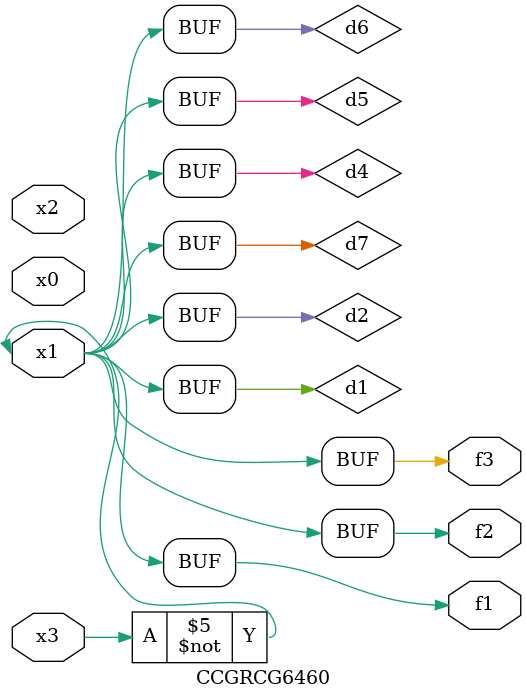
<source format=v>
module CCGRCG6460(
	input x0, x1, x2, x3,
	output f1, f2, f3
);

	wire d1, d2, d3, d4, d5, d6, d7;

	not (d1, x3);
	buf (d2, x1);
	xnor (d3, d1, d2);
	nor (d4, d1);
	buf (d5, d1, d2);
	buf (d6, d4, d5);
	nand (d7, d4);
	assign f1 = d6;
	assign f2 = d7;
	assign f3 = d6;
endmodule

</source>
